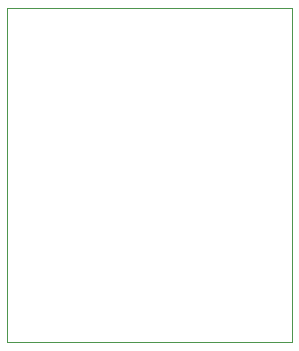
<source format=gbr>
%TF.GenerationSoftware,Altium Limited,Altium Designer,23.11.1 (41)*%
G04 Layer_Color=0*
%FSLAX45Y45*%
%MOMM*%
%TF.SameCoordinates,5032265D-FFA5-48D7-84AC-9FA15ADA4C2D*%
%TF.FilePolarity,Positive*%
%TF.FileFunction,Profile,NP*%
%TF.Part,Single*%
G01*
G75*
%TA.AperFunction,Profile*%
%ADD45C,0.02540*%
D45*
X-1193800Y-1346200D02*
Y1485900D01*
X1219200D01*
Y-1346200D01*
X-1193800D01*
%TF.MD5,5f4a7c324599c09d6ee73e15d705a836*%
M02*

</source>
